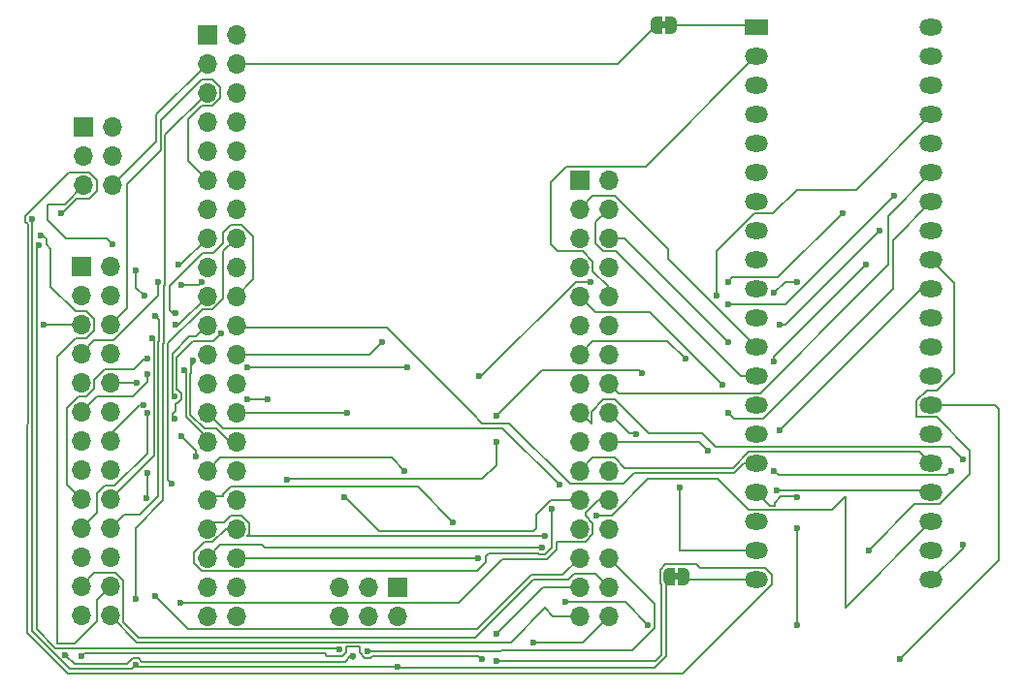
<source format=gbr>
%TF.GenerationSoftware,KiCad,Pcbnew,8.0.4*%
%TF.CreationDate,2024-09-01T02:32:28-07:00*%
%TF.ProjectId,chip_tester,63686970-5f74-4657-9374-65722e6b6963,rev?*%
%TF.SameCoordinates,Original*%
%TF.FileFunction,Copper,L1,Top*%
%TF.FilePolarity,Positive*%
%FSLAX46Y46*%
G04 Gerber Fmt 4.6, Leading zero omitted, Abs format (unit mm)*
G04 Created by KiCad (PCBNEW 8.0.4) date 2024-09-01 02:32:28*
%MOMM*%
%LPD*%
G01*
G04 APERTURE LIST*
G04 Aperture macros list*
%AMFreePoly0*
4,1,19,0.500000,-0.750000,0.000000,-0.750000,0.000000,-0.744911,-0.071157,-0.744911,-0.207708,-0.704816,-0.327430,-0.627875,-0.420627,-0.520320,-0.479746,-0.390866,-0.500000,-0.250000,-0.500000,0.250000,-0.479746,0.390866,-0.420627,0.520320,-0.327430,0.627875,-0.207708,0.704816,-0.071157,0.744911,0.000000,0.744911,0.000000,0.750000,0.500000,0.750000,0.500000,-0.750000,0.500000,-0.750000,
$1*%
%AMFreePoly1*
4,1,19,0.000000,0.744911,0.071157,0.744911,0.207708,0.704816,0.327430,0.627875,0.420627,0.520320,0.479746,0.390866,0.500000,0.250000,0.500000,-0.250000,0.479746,-0.390866,0.420627,-0.520320,0.327430,-0.627875,0.207708,-0.704816,0.071157,-0.744911,0.000000,-0.744911,0.000000,-0.750000,-0.500000,-0.750000,-0.500000,0.750000,0.000000,0.750000,0.000000,0.744911,0.000000,0.744911,
$1*%
G04 Aperture macros list end*
%TA.AperFunction,EtchedComponent*%
%ADD10C,0.000000*%
%TD*%
%TA.AperFunction,ComponentPad*%
%ADD11R,1.700000X1.700000*%
%TD*%
%TA.AperFunction,ComponentPad*%
%ADD12O,1.700000X1.700000*%
%TD*%
%TA.AperFunction,SMDPad,CuDef*%
%ADD13FreePoly0,0.000000*%
%TD*%
%TA.AperFunction,SMDPad,CuDef*%
%ADD14FreePoly1,0.000000*%
%TD*%
%TA.AperFunction,ComponentPad*%
%ADD15R,2.000000X1.440000*%
%TD*%
%TA.AperFunction,ComponentPad*%
%ADD16O,2.000000X1.440000*%
%TD*%
%TA.AperFunction,ViaPad*%
%ADD17C,0.600000*%
%TD*%
%TA.AperFunction,Conductor*%
%ADD18C,0.200000*%
%TD*%
G04 APERTURE END LIST*
D10*
%TA.AperFunction,EtchedComponent*%
%TO.C,JP1*%
G36*
X112750000Y-110550000D02*
G01*
X112250000Y-110550000D01*
X112250000Y-109950000D01*
X112750000Y-109950000D01*
X112750000Y-110550000D01*
G37*
%TD.AperFunction*%
%TA.AperFunction,EtchedComponent*%
%TO.C,JP2*%
G36*
X111640000Y-62360000D02*
G01*
X111140000Y-62360000D01*
X111140000Y-61760000D01*
X111640000Y-61760000D01*
X111640000Y-62360000D01*
G37*
%TD.AperFunction*%
%TD*%
D11*
%TO.P,J4,1,Pin_1*%
%TO.N,/MISO*%
X60710000Y-71000000D03*
D12*
%TO.P,J4,2,Pin_2*%
%TO.N,+5V*%
X63250000Y-71000000D03*
%TO.P,J4,3,Pin_3*%
%TO.N,/SCK*%
X60710000Y-73540000D03*
%TO.P,J4,4,Pin_4*%
%TO.N,/MOSI*%
X63250000Y-73540000D03*
%TO.P,J4,5,Pin_5*%
%TO.N,/RESET_{MCU}*%
X60710000Y-76080000D03*
%TO.P,J4,6,Pin_6*%
%TO.N,GND*%
X63250000Y-76080000D03*
%TD*%
D11*
%TO.P,J5,1,Pin_1*%
%TO.N,/MISO*%
X88120000Y-111160000D03*
D12*
%TO.P,J5,2,Pin_2*%
%TO.N,+5V*%
X88120000Y-113700000D03*
%TO.P,J5,3,Pin_3*%
%TO.N,/SCK*%
X85580000Y-111160000D03*
%TO.P,J5,4,Pin_4*%
%TO.N,/MOSI*%
X85580000Y-113700000D03*
%TO.P,J5,5,Pin_5*%
%TO.N,/RESET_{MCU}*%
X83040000Y-111160000D03*
%TO.P,J5,6,Pin_6*%
%TO.N,GND*%
X83040000Y-113700000D03*
%TD*%
%TO.P,J6,26,Pin_26*%
%TO.N,/PL2*%
X63040000Y-113660000D03*
%TO.P,J6,25,Pin_25*%
%TO.N,/PL3*%
X60500000Y-113660000D03*
%TO.P,J6,24,Pin_24*%
%TO.N,/PL4*%
X63040000Y-111120000D03*
%TO.P,J6,23,Pin_23*%
%TO.N,/PL5*%
X60500000Y-111120000D03*
%TO.P,J6,22,Pin_22*%
%TO.N,/PL6*%
X63040000Y-108580000D03*
%TO.P,J6,21,Pin_21*%
%TO.N,/PL7*%
X60500000Y-108580000D03*
%TO.P,J6,20,Pin_20*%
%TO.N,/PH3*%
X63040000Y-106040000D03*
%TO.P,J6,19,Pin_19*%
%TO.N,/PH4*%
X60500000Y-106040000D03*
%TO.P,J6,18,Pin_18*%
%TO.N,/PH5*%
X63040000Y-103500000D03*
%TO.P,J6,17,Pin_17*%
%TO.N,/PH6*%
X60500000Y-103500000D03*
%TO.P,J6,16,Pin_16*%
%TO.N,/PD7*%
X63040000Y-100960000D03*
%TO.P,J6,15,Pin_15*%
%TO.N,/PG5*%
X60500000Y-100960000D03*
%TO.P,J6,14,Pin_14*%
%TO.N,/PB5_{MCU}*%
X63040000Y-98420000D03*
%TO.P,J6,13,Pin_13*%
%TO.N,/PC7*%
X60500000Y-98420000D03*
%TO.P,J6,12,Pin_12*%
%TO.N,/PC6*%
X63040000Y-95880000D03*
%TO.P,J6,11,Pin_11*%
%TO.N,/PJ1*%
X60500000Y-95880000D03*
%TO.P,J6,10,Pin_10*%
%TO.N,/PG2*%
X63040000Y-93340000D03*
%TO.P,J6,9,Pin_9*%
%TO.N,/PE5*%
X60500000Y-93340000D03*
%TO.P,J6,8,Pin_8*%
%TO.N,/PE4*%
X63040000Y-90800000D03*
%TO.P,J6,7,Pin_7*%
%TO.N,/PE3*%
X60500000Y-90800000D03*
%TO.P,J6,6,Pin_6*%
%TO.N,/PE1*%
X63040000Y-88260000D03*
%TO.P,J6,5,Pin_5*%
%TO.N,/PE0*%
X60500000Y-88260000D03*
%TO.P,J6,4,Pin_4*%
%TO.N,/PD3*%
X63040000Y-85720000D03*
%TO.P,J6,3,Pin_3*%
%TO.N,/PD2*%
X60500000Y-85720000D03*
%TO.P,J6,2,Pin_2*%
%TO.N,/PD1*%
X63040000Y-83180000D03*
D11*
%TO.P,J6,1,Pin_1*%
%TO.N,/PJ0*%
X60500000Y-83180000D03*
%TD*%
%TO.P,J2,1,Pin_1*%
%TO.N,VBUS*%
X71500000Y-62900000D03*
D12*
%TO.P,J2,2,Pin_2*%
X74040000Y-62900000D03*
%TO.P,J2,3,Pin_3*%
%TO.N,GND*%
X71500000Y-65440000D03*
%TO.P,J2,4,Pin_4*%
X74040000Y-65440000D03*
%TO.P,J2,5,Pin_5*%
%TO.N,+5V*%
X71500000Y-67980000D03*
%TO.P,J2,6,Pin_6*%
X74040000Y-67980000D03*
%TO.P,J2,7,Pin_7*%
%TO.N,+3V3*%
X71500000Y-70520000D03*
%TO.P,J2,8,Pin_8*%
X74040000Y-70520000D03*
%TO.P,J2,9,Pin_9*%
%TO.N,/AREF*%
X71500000Y-73060000D03*
%TO.P,J2,10,Pin_10*%
X74040000Y-73060000D03*
%TO.P,J2,11,Pin_11*%
%TO.N,/PE1*%
X71500000Y-75600000D03*
%TO.P,J2,12,Pin_12*%
%TO.N,/PE0*%
X74040000Y-75600000D03*
%TO.P,J2,13,Pin_13*%
%TO.N,/PE5*%
X71500000Y-78140000D03*
%TO.P,J2,14,Pin_14*%
%TO.N,/PE4*%
X74040000Y-78140000D03*
%TO.P,J2,15,Pin_15*%
%TO.N,/PE3*%
X71500000Y-80680000D03*
%TO.P,J2,16,Pin_16*%
%TO.N,/PG5*%
X74040000Y-80680000D03*
%TO.P,J2,17,Pin_17*%
%TO.N,/PH4*%
X71500000Y-83220000D03*
%TO.P,J2,18,Pin_18*%
%TO.N,/PH3*%
X74040000Y-83220000D03*
%TO.P,J2,19,Pin_19*%
%TO.N,/PH6*%
X71500000Y-85760000D03*
%TO.P,J2,20,Pin_20*%
%TO.N,/PH5*%
X74040000Y-85760000D03*
%TO.P,J2,21,Pin_21*%
%TO.N,/PB5_{MCU}*%
X71500000Y-88300000D03*
%TO.P,J2,22,Pin_22*%
%TO.N,/PB4_{MCU}*%
X74040000Y-88300000D03*
%TO.P,J2,23,Pin_23*%
%TO.N,/PB7_{MCU}*%
X71500000Y-90840000D03*
%TO.P,J2,24,Pin_24*%
%TO.N,/PB6_{MCU}*%
X74040000Y-90840000D03*
%TO.P,J2,25,Pin_25*%
%TO.N,/PJ0*%
X71500000Y-93380000D03*
%TO.P,J2,26,Pin_26*%
%TO.N,/PJ1*%
X74040000Y-93380000D03*
%TO.P,J2,27,Pin_27*%
%TO.N,/CS1_PB6*%
X71500000Y-95920000D03*
%TO.P,J2,28,Pin_28*%
%TO.N,/PH1*%
X74040000Y-95920000D03*
%TO.P,J2,29,Pin_29*%
%TO.N,/PD2*%
X71500000Y-98460000D03*
%TO.P,J2,30,Pin_30*%
%TO.N,/PD3*%
X74040000Y-98460000D03*
%TO.P,J2,31,Pin_31*%
%TO.N,/IRQ_PB7*%
X71500000Y-101000000D03*
%TO.P,J2,32,Pin_32*%
%TO.N,/PD1*%
X74040000Y-101000000D03*
%TO.P,J2,33,Pin_33*%
%TO.N,/DB1*%
X71500000Y-103540000D03*
%TO.P,J2,34,Pin_34*%
%TO.N,/DB0*%
X74040000Y-103540000D03*
%TO.P,J2,35,Pin_35*%
%TO.N,/DB3*%
X71500000Y-106080000D03*
%TO.P,J2,36,Pin_36*%
%TO.N,/DB2*%
X74040000Y-106080000D03*
%TO.P,J2,37,Pin_37*%
%TO.N,/DB5*%
X71500000Y-108620000D03*
%TO.P,J2,38,Pin_38*%
%TO.N,/DB4*%
X74040000Y-108620000D03*
%TO.P,J2,39,Pin_39*%
%TO.N,/DB7*%
X71500000Y-111160000D03*
%TO.P,J2,40,Pin_40*%
%TO.N,/DB6*%
X74040000Y-111160000D03*
%TO.P,J2,41,Pin_41*%
%TO.N,/PC6*%
X71500000Y-113700000D03*
%TO.P,J2,42,Pin_42*%
%TO.N,/PC7*%
X74040000Y-113700000D03*
%TD*%
D13*
%TO.P,JP1,1,A*%
%TO.N,+5V*%
X111850000Y-110250000D03*
D14*
%TO.P,JP1,2,B*%
%TO.N,Net-(J1-Pin_20)*%
X113150000Y-110250000D03*
%TD*%
D15*
%TO.P,J1,1,Pin_1*%
%TO.N,Net-(J1-Pin_1)*%
X119500000Y-62300000D03*
D16*
%TO.P,J1,2,Pin_2*%
%TO.N,/PA0*%
X119500000Y-64840000D03*
%TO.P,J1,3,Pin_3*%
%TO.N,/PB6_{MCU}*%
X119500000Y-67380000D03*
%TO.P,J1,4,Pin_4*%
%TO.N,/PB7_{MCU}*%
X119500000Y-69920000D03*
%TO.P,J1,5,Pin_5*%
%TO.N,/A9*%
X119500000Y-72460000D03*
%TO.P,J1,6,Pin_6*%
%TO.N,/A8*%
X119500000Y-75000000D03*
%TO.P,J1,7,Pin_7*%
%TO.N,/A7*%
X119500000Y-77540000D03*
%TO.P,J1,8,Pin_8*%
%TO.N,/A6*%
X119500000Y-80080000D03*
%TO.P,J1,9,Pin_9*%
%TO.N,/PH1*%
X119500000Y-82620000D03*
%TO.P,J1,10,Pin_10*%
%TO.N,/A5*%
X119500000Y-85160000D03*
%TO.P,J1,11,Pin_11*%
%TO.N,/A4*%
X119500000Y-87700000D03*
%TO.P,J1,12,Pin_12*%
%TO.N,/A3*%
X119500000Y-90240000D03*
%TO.P,J1,13,Pin_13*%
%TO.N,/A2*%
X119500000Y-92780000D03*
%TO.P,J1,14,Pin_14*%
%TO.N,/A1*%
X119500000Y-95320000D03*
%TO.P,J1,15,Pin_15*%
%TO.N,/A0*%
X119500000Y-97860000D03*
%TO.P,J1,16,Pin_16*%
%TO.N,/PB4_{MCU}*%
X119500000Y-100400000D03*
%TO.P,J1,17,Pin_17*%
%TO.N,/IRQ_PB7*%
X119500000Y-102940000D03*
%TO.P,J1,18,Pin_18*%
%TO.N,/CS1_PB6*%
X119500000Y-105480000D03*
%TO.P,J1,19,Pin_19*%
%TO.N,/CS2_PB5*%
X119500000Y-108020000D03*
%TO.P,J1,20,Pin_20*%
%TO.N,Net-(J1-Pin_20)*%
X119500000Y-110560000D03*
%TO.P,J1,21,Pin_21*%
%TO.N,/PB4*%
X134740000Y-110560000D03*
%TO.P,J1,22,Pin_22*%
%TO.N,/PB3*%
X134740000Y-108020000D03*
%TO.P,J1,23,Pin_23*%
%TO.N,/PB2*%
X134740000Y-105480000D03*
%TO.P,J1,24,Pin_24*%
%TO.N,/PB1*%
X134740000Y-102940000D03*
%TO.P,J1,25,Pin_25*%
%TO.N,/PB0*%
X134740000Y-100400000D03*
%TO.P,J1,26,Pin_26*%
%TO.N,/DB7*%
X134740000Y-97860000D03*
%TO.P,J1,27,Pin_27*%
%TO.N,/DB6*%
X134740000Y-95320000D03*
%TO.P,J1,28,Pin_28*%
%TO.N,/DB5*%
X134740000Y-92780000D03*
%TO.P,J1,29,Pin_29*%
%TO.N,/DB4*%
X134740000Y-90240000D03*
%TO.P,J1,30,Pin_30*%
%TO.N,/DB3*%
X134740000Y-87700000D03*
%TO.P,J1,31,Pin_31*%
%TO.N,/DB2*%
X134740000Y-85160000D03*
%TO.P,J1,32,Pin_32*%
%TO.N,/DB1*%
X134740000Y-82620000D03*
%TO.P,J1,33,Pin_33*%
%TO.N,/DB0*%
X134740000Y-80080000D03*
%TO.P,J1,34,Pin_34*%
%TO.N,/PA7*%
X134740000Y-77540000D03*
%TO.P,J1,35,Pin_35*%
%TO.N,/PA6*%
X134740000Y-75000000D03*
%TO.P,J1,36,Pin_36*%
%TO.N,/PA5*%
X134740000Y-72460000D03*
%TO.P,J1,37,Pin_37*%
%TO.N,/PA4*%
X134740000Y-69920000D03*
%TO.P,J1,38,Pin_38*%
%TO.N,/PA3*%
X134740000Y-67380000D03*
%TO.P,J1,39,Pin_39*%
%TO.N,/PA2*%
X134740000Y-64840000D03*
%TO.P,J1,40,Pin_40*%
%TO.N,/PA1*%
X134740000Y-62300000D03*
%TD*%
D13*
%TO.P,JP2,1,A*%
%TO.N,GND*%
X110740000Y-62060000D03*
D14*
%TO.P,JP2,2,B*%
%TO.N,Net-(J1-Pin_1)*%
X112040000Y-62060000D03*
%TD*%
D11*
%TO.P,J3,1,Pin_1*%
%TO.N,/A1*%
X104040000Y-75600000D03*
D12*
%TO.P,J3,2,Pin_2*%
%TO.N,/A0*%
X106580000Y-75600000D03*
%TO.P,J3,3,Pin_3*%
%TO.N,/A3*%
X104040000Y-78140000D03*
%TO.P,J3,4,Pin_4*%
%TO.N,/A2*%
X106580000Y-78140000D03*
%TO.P,J3,5,Pin_5*%
%TO.N,/A5*%
X104040000Y-80680000D03*
%TO.P,J3,6,Pin_6*%
%TO.N,/A4*%
X106580000Y-80680000D03*
%TO.P,J3,7,Pin_7*%
%TO.N,/A7*%
X104040000Y-83220000D03*
%TO.P,J3,8,Pin_8*%
%TO.N,/A6*%
X106580000Y-83220000D03*
%TO.P,J3,9,Pin_9*%
%TO.N,/PA1*%
X104040000Y-85760000D03*
%TO.P,J3,10,Pin_10*%
%TO.N,/PA0*%
X106580000Y-85760000D03*
%TO.P,J3,11,Pin_11*%
%TO.N,/PA3*%
X104040000Y-88300000D03*
%TO.P,J3,12,Pin_12*%
%TO.N,/PA2*%
X106580000Y-88300000D03*
%TO.P,J3,13,Pin_13*%
%TO.N,/PA5*%
X104040000Y-90840000D03*
%TO.P,J3,14,Pin_14*%
%TO.N,/PA4*%
X106580000Y-90840000D03*
%TO.P,J3,15,Pin_15*%
%TO.N,/PA7*%
X104040000Y-93380000D03*
%TO.P,J3,16,Pin_16*%
%TO.N,/PA6*%
X106580000Y-93380000D03*
%TO.P,J3,17,Pin_17*%
%TO.N,/PB4*%
X104040000Y-95920000D03*
%TO.P,J3,18,Pin_18*%
%TO.N,/CS2_PB5*%
X106580000Y-95920000D03*
%TO.P,J3,19,Pin_19*%
%TO.N,/PB2*%
X104040000Y-98460000D03*
%TO.P,J3,20,Pin_20*%
%TO.N,/PB3*%
X106580000Y-98460000D03*
%TO.P,J3,21,Pin_21*%
%TO.N,/PB0*%
X104040000Y-101000000D03*
%TO.P,J3,22,Pin_22*%
%TO.N,/PB1*%
X106580000Y-101000000D03*
%TO.P,J3,23,Pin_23*%
%TO.N,/PG2*%
X104040000Y-103540000D03*
%TO.P,J3,24,Pin_24*%
%TO.N,/PD7*%
X106580000Y-103540000D03*
%TO.P,J3,25,Pin_25*%
%TO.N,/A8*%
X104040000Y-106080000D03*
%TO.P,J3,26,Pin_26*%
%TO.N,/A9*%
X106580000Y-106080000D03*
%TO.P,J3,27,Pin_27*%
%TO.N,/PL6*%
X104040000Y-108620000D03*
%TO.P,J3,28,Pin_28*%
%TO.N,/PL7*%
X106580000Y-108620000D03*
%TO.P,J3,29,Pin_29*%
%TO.N,/PL4*%
X104040000Y-111160000D03*
%TO.P,J3,30,Pin_30*%
%TO.N,/PL5*%
X106580000Y-111160000D03*
%TO.P,J3,31,Pin_31*%
%TO.N,/PL2*%
X104040000Y-113700000D03*
%TO.P,J3,32,Pin_32*%
%TO.N,/PL3*%
X106580000Y-113700000D03*
%TD*%
D17*
%TO.N,/PG2*%
X75000000Y-94750000D03*
%TO.N,/RESET_{MCU}*%
X70500000Y-99750000D03*
X69250000Y-98000000D03*
%TO.N,/PD2*%
X69500000Y-92250000D03*
%TO.N,/PJ0*%
X66000000Y-85750000D03*
X65250000Y-83500000D03*
%TO.N,/PJ1*%
X66250000Y-92542943D03*
%TO.N,/PD3*%
X70249602Y-91348927D03*
%TO.N,/PL4*%
X58750000Y-78500000D03*
X57000000Y-80500000D03*
%TO.N,/PG2*%
X76750000Y-94750000D03*
%TO.N,/IRQ_PB7*%
X88750000Y-101000000D03*
%TO.N,/DB0*%
X78441472Y-101790000D03*
X109500000Y-92500000D03*
X96750000Y-96250000D03*
X121500000Y-88250000D03*
X130250000Y-80000000D03*
X96750000Y-98500000D03*
%TO.N,/PB4*%
X137500000Y-107500000D03*
X137500000Y-100000000D03*
%TO.N,/DB5*%
X100750000Y-107750000D03*
%TO.N,/CS1_PB6*%
X102250000Y-102250000D03*
%TO.N,/DB1*%
X129250000Y-108000000D03*
X93000000Y-105500000D03*
%TO.N,/PA2*%
X117000000Y-86500000D03*
X131500000Y-77000000D03*
%TO.N,/PA5*%
X113250000Y-91250000D03*
X123000000Y-84500000D03*
X121000000Y-85500000D03*
%TO.N,/PA1*%
X121000000Y-91500000D03*
X129000000Y-83000000D03*
X116500000Y-93500000D03*
%TO.N,/PB6_{MCU}*%
X86750000Y-89750000D03*
%TO.N,/PB3*%
X121000000Y-101000000D03*
X136500000Y-101000000D03*
X115250000Y-99250000D03*
%TO.N,/DB2*%
X121500000Y-97500000D03*
X101600000Y-104330000D03*
%TO.N,/PA7*%
X117000000Y-96000000D03*
%TO.N,/PA3*%
X117000000Y-84500000D03*
X127000000Y-78500000D03*
%TO.N,/A4*%
X117000000Y-89750000D03*
%TO.N,/PB1*%
X121250000Y-102750000D03*
%TO.N,/DB6*%
X132000000Y-117500000D03*
%TO.N,/PA4*%
X116000000Y-85750000D03*
%TO.N,/PB7_{MCU}*%
X89000000Y-92000000D03*
X75000000Y-92000000D03*
%TO.N,/DB3*%
X101000000Y-106750000D03*
%TO.N,/PH1*%
X95250000Y-92750000D03*
X105000000Y-84500000D03*
X83750000Y-95920000D03*
%TO.N,/PB2*%
X105500000Y-104930000D03*
%TO.N,/IRQ_PB7*%
X110000000Y-114500000D03*
X123000000Y-114500000D03*
X102750000Y-112500000D03*
X123000000Y-103360000D03*
X123000000Y-106000000D03*
%TO.N,/DB4*%
X95120000Y-108620000D03*
%TO.N,/CS2_PB5*%
X109000000Y-97860000D03*
X112750000Y-102500000D03*
%TO.N,/PE3*%
X67250000Y-84500000D03*
X69000000Y-83000000D03*
%TO.N,+5V*%
X56250000Y-79000000D03*
X88120000Y-118120000D03*
X65250000Y-118000000D03*
X65250000Y-112250000D03*
%TO.N,/PB5_{MCU}*%
X65950000Y-95258380D03*
X68650000Y-94500000D03*
%TO.N,GND*%
X56846754Y-81339032D03*
X83040000Y-116600000D03*
%TO.N,/PE0*%
X57250000Y-88250000D03*
%TO.N,/PH6*%
X66250000Y-91247301D03*
X68750000Y-88250000D03*
%TO.N,/PG5*%
X68390000Y-102110000D03*
%TO.N,/PH3*%
X67000000Y-87500000D03*
X69250000Y-84750000D03*
X71000000Y-84500000D03*
%TO.N,/PH5*%
X68750000Y-87250000D03*
X66700735Y-89450735D03*
%TO.N,/PH4*%
X66250000Y-96000000D03*
X72750000Y-89000000D03*
X68650000Y-96500000D03*
%TO.N,/PL4*%
X96750000Y-115250000D03*
X96750000Y-117650000D03*
%TO.N,/PG2*%
X65350000Y-93340000D03*
X83450735Y-103299265D03*
%TO.N,/PL6*%
X67000000Y-112000000D03*
%TO.N,/PD7*%
X69150000Y-112550000D03*
X66250000Y-101250000D03*
X66200735Y-103450735D03*
%TO.N,/PL7*%
X84250000Y-117250000D03*
X59133167Y-117100000D03*
X85500000Y-116750000D03*
%TO.N,/PL3*%
X60500000Y-117250000D03*
X95500000Y-117500000D03*
X100000000Y-116000000D03*
%TO.N,/RESET_{MCU}*%
X63250000Y-81250000D03*
%TD*%
D18*
%TO.N,/PG2*%
X75000000Y-94750000D02*
X76750000Y-94750000D01*
%TO.N,/PD3*%
X70249602Y-91348927D02*
X70100000Y-91498529D01*
X73474314Y-98460000D02*
X74040000Y-98460000D01*
X70100000Y-91498529D02*
X70100000Y-92498529D01*
X72324314Y-97310000D02*
X73474314Y-98460000D01*
X70100000Y-92498529D02*
X70050000Y-92548529D01*
X70050000Y-92548529D02*
X70050000Y-96096346D01*
X70050000Y-96096346D02*
X71263654Y-97310000D01*
X71263654Y-97310000D02*
X72324314Y-97310000D01*
%TO.N,/RESET_{MCU}*%
X69250000Y-98000000D02*
X70500000Y-99250000D01*
X70500000Y-99250000D02*
X70500000Y-99750000D01*
%TO.N,/PD3*%
X70249602Y-91348927D02*
X70249602Y-91673352D01*
X70249602Y-91673352D02*
X70184729Y-91738225D01*
%TO.N,/PH4*%
X68750000Y-95750000D02*
X68450000Y-96050000D01*
X68750000Y-95100000D02*
X68750000Y-95750000D01*
X69250000Y-94748529D02*
X68898529Y-95100000D01*
X68898529Y-93900000D02*
X69250000Y-94251471D01*
X70675686Y-89690000D02*
X70665686Y-89700000D01*
X68898529Y-95100000D02*
X68750000Y-95100000D01*
X68850000Y-93900000D02*
X68898529Y-93900000D01*
X68850000Y-91150000D02*
X68850000Y-93900000D01*
X72750000Y-89000000D02*
X72060000Y-89690000D01*
X70300000Y-89700000D02*
X68850000Y-91150000D01*
X70665686Y-89700000D02*
X70300000Y-89700000D01*
X69250000Y-94251471D02*
X69250000Y-94748529D01*
X72060000Y-89690000D02*
X70675686Y-89690000D01*
X68450000Y-96300000D02*
X68650000Y-96500000D01*
X68450000Y-96050000D02*
X68450000Y-96300000D01*
%TO.N,/PD2*%
X69500000Y-92250000D02*
X69650000Y-92400000D01*
X69650000Y-92400000D02*
X69650000Y-96312845D01*
X69650000Y-96312845D02*
X71500000Y-98162845D01*
X71500000Y-98162845D02*
X71500000Y-98460000D01*
%TO.N,/PJ1*%
X66250000Y-93288529D02*
X65038529Y-94500000D01*
X66250000Y-92542943D02*
X66250000Y-93288529D01*
X65038529Y-94500000D02*
X61880000Y-94500000D01*
X61880000Y-94500000D02*
X60500000Y-95880000D01*
%TO.N,/PJ0*%
X65250000Y-85000000D02*
X66000000Y-85750000D01*
X65250000Y-83500000D02*
X65250000Y-85000000D01*
%TO.N,/PH5*%
X66700735Y-89450735D02*
X66850000Y-89600000D01*
X66850000Y-89600000D02*
X66850000Y-99690000D01*
X66850000Y-99690000D02*
X63040000Y-103500000D01*
%TO.N,/PB5_{MCU}*%
X65643091Y-95258380D02*
X63040000Y-97861471D01*
X65950000Y-95258380D02*
X65643091Y-95258380D01*
X63040000Y-97861471D02*
X63040000Y-98420000D01*
%TO.N,/PG2*%
X65350000Y-93340000D02*
X63040000Y-93340000D01*
%TO.N,/PD2*%
X71500000Y-98000000D02*
X71500000Y-98460000D01*
%TO.N,/RESET_{MCU}*%
X63250000Y-81250000D02*
X62727912Y-80727912D01*
X62727912Y-80727912D02*
X59207912Y-80727912D01*
X59207912Y-80727912D02*
X57564414Y-79084414D01*
X57564414Y-79084414D02*
X57564414Y-77722492D01*
X57564414Y-77722492D02*
X59067508Y-77722492D01*
X59067508Y-77722492D02*
X60710000Y-76080000D01*
%TO.N,/PL4*%
X58750000Y-78605686D02*
X58750000Y-78605686D01*
X58750000Y-78500000D02*
X58750000Y-78605686D01*
X58855686Y-78500000D02*
X58750000Y-78500000D01*
X57000000Y-80500000D02*
X57250000Y-80500000D01*
X113062498Y-118720000D02*
X59338954Y-118720000D01*
X120800000Y-110982498D02*
X113062498Y-118720000D01*
X120800000Y-110137502D02*
X120800000Y-110982498D01*
X120202498Y-109540000D02*
X120800000Y-110137502D01*
X114580091Y-109540000D02*
X120202498Y-109540000D01*
X114235091Y-109195000D02*
X114580091Y-109540000D01*
X111039909Y-109666214D02*
X111511123Y-109195000D01*
X111039909Y-110833786D02*
X111039909Y-109666214D01*
X60179670Y-77176016D02*
X58855686Y-78500000D01*
X111190000Y-110983877D02*
X111039909Y-110833786D01*
X111190000Y-117084314D02*
X111190000Y-110983877D01*
X110624314Y-117650000D02*
X111190000Y-117084314D01*
X111511123Y-109195000D02*
X114235091Y-109195000D01*
X96750000Y-117650000D02*
X110624314Y-117650000D01*
X55800230Y-114849770D02*
X55849377Y-79447906D01*
X59338954Y-118720000D02*
X55800230Y-115181276D01*
X55800230Y-115181276D02*
X55800230Y-114849770D01*
X55849377Y-79447906D02*
X55650000Y-79248529D01*
X55650000Y-79248529D02*
X55650000Y-78751471D01*
X55650000Y-78751471D02*
X59471471Y-74930000D01*
X59471471Y-74930000D02*
X61186346Y-74930000D01*
X61186346Y-74930000D02*
X61860000Y-75603654D01*
X60233654Y-77230000D02*
X60179670Y-77176016D01*
X61860000Y-75603654D02*
X61860000Y-76556346D01*
X61860000Y-76556346D02*
X61186346Y-77230000D01*
X61186346Y-77230000D02*
X60233654Y-77230000D01*
X57834315Y-84920661D02*
X57834315Y-81650000D01*
X60976346Y-89410000D02*
X61650000Y-88736346D01*
X61890000Y-114136346D02*
X59926346Y-116100000D01*
X57834315Y-81650000D02*
X57446754Y-81262439D01*
X61650000Y-87783654D02*
X60976346Y-87110000D01*
X58415686Y-116100000D02*
X58415686Y-91017968D01*
X61650000Y-88736346D02*
X61650000Y-87783654D01*
X60023654Y-89410000D02*
X60976346Y-89410000D01*
X58415686Y-91017968D02*
X60023654Y-89410000D01*
X59926346Y-116100000D02*
X58415686Y-116100000D01*
X60023654Y-87110000D02*
X57834315Y-84920661D01*
X61890000Y-112270000D02*
X61890000Y-114136346D01*
X60976346Y-87110000D02*
X60023654Y-87110000D01*
X63040000Y-111120000D02*
X61890000Y-112270000D01*
X57446754Y-81262439D02*
X57446754Y-80696754D01*
X57446754Y-80696754D02*
X57000000Y-80500000D01*
%TO.N,GND*%
X56846754Y-81339032D02*
X56910968Y-81339032D01*
X56846754Y-81339032D02*
X56646475Y-81539311D01*
X56646475Y-81539311D02*
X56600230Y-114850230D01*
X56600230Y-114850230D02*
X58250000Y-116500000D01*
X58250000Y-116500000D02*
X82940000Y-116500000D01*
X82940000Y-116500000D02*
X83040000Y-116600000D01*
%TO.N,/IRQ_PB7*%
X88750000Y-101000000D02*
X87600000Y-99850000D01*
X87600000Y-99850000D02*
X72650000Y-99850000D01*
X72650000Y-99850000D02*
X71500000Y-101000000D01*
%TO.N,/PG2*%
X76750000Y-94750000D02*
X76730000Y-94770000D01*
%TO.N,/PH1*%
X83920000Y-95750000D02*
X83750000Y-95920000D01*
X83750000Y-95920000D02*
X74040000Y-95920000D01*
%TO.N,/DB1*%
X71500000Y-103540000D02*
X71790000Y-103250000D01*
X71790000Y-103250000D02*
X72890000Y-103250000D01*
X72890000Y-103250000D02*
X72890000Y-103063654D01*
X72890000Y-103063654D02*
X73563654Y-102390000D01*
X73563654Y-102390000D02*
X89890000Y-102390000D01*
X89890000Y-102390000D02*
X93000000Y-105500000D01*
%TO.N,/DB0*%
X78441472Y-101790000D02*
X78481472Y-101750000D01*
X78481472Y-101750000D02*
X95500000Y-101750000D01*
X95500000Y-101750000D02*
X96750000Y-100500000D01*
X96750000Y-100500000D02*
X96750000Y-98500000D01*
X130250000Y-80000000D02*
X122000000Y-88250000D01*
X109230000Y-92230000D02*
X109500000Y-92500000D01*
X96750000Y-96250000D02*
X100770000Y-92230000D01*
X122000000Y-88250000D02*
X121500000Y-88250000D01*
X100770000Y-92230000D02*
X109230000Y-92230000D01*
%TO.N,/PB4*%
X106103654Y-94770000D02*
X107056346Y-94770000D01*
X105030000Y-95843654D02*
X106103654Y-94770000D01*
X137500000Y-107500000D02*
X137500000Y-107800000D01*
X104040000Y-95920000D02*
X105030000Y-96910000D01*
X110036346Y-97750000D02*
X114750000Y-97750000D01*
X137500000Y-107800000D02*
X134740000Y-110560000D01*
X105030000Y-96910000D02*
X105030000Y-95843654D01*
X114750000Y-97750000D02*
X115897502Y-98897502D01*
X115897502Y-98897502D02*
X136397502Y-98897502D01*
X136397502Y-98897502D02*
X137500000Y-100000000D01*
X107056346Y-94770000D02*
X110036346Y-97750000D01*
%TO.N,/DB5*%
X76256346Y-107470000D02*
X72650000Y-107470000D01*
X72650000Y-107470000D02*
X71500000Y-108620000D01*
X100750000Y-107750000D02*
X76536346Y-107750000D01*
X76536346Y-107750000D02*
X76256346Y-107470000D01*
%TO.N,/PB0*%
X133720000Y-99380000D02*
X134740000Y-100400000D01*
X104540000Y-101500000D02*
X104540000Y-101413654D01*
X104040000Y-101000000D02*
X105190000Y-99850000D01*
X107956346Y-100750000D02*
X117427502Y-100750000D01*
X104040000Y-101000000D02*
X104540000Y-101500000D01*
X105190000Y-99850000D02*
X107056346Y-99850000D01*
X118797502Y-99380000D02*
X133720000Y-99380000D01*
X107056346Y-99850000D02*
X107956346Y-100750000D01*
X117427502Y-100750000D02*
X118797502Y-99380000D01*
%TO.N,Net-(J1-Pin_1)*%
X119260000Y-62060000D02*
X119500000Y-62300000D01*
X112040000Y-62060000D02*
X119260000Y-62060000D01*
%TO.N,/CS1_PB6*%
X102250000Y-102250000D02*
X97310000Y-97310000D01*
X97310000Y-97310000D02*
X72890000Y-97310000D01*
X72890000Y-97310000D02*
X71500000Y-95920000D01*
%TO.N,/DB1*%
X133440000Y-94897502D02*
X134337502Y-94000000D01*
X133440000Y-96340000D02*
X133440000Y-94897502D01*
X134337502Y-94000000D02*
X135242498Y-94000000D01*
X135242498Y-94000000D02*
X136750000Y-92492498D01*
X135194314Y-96340000D02*
X133440000Y-96340000D01*
X133290000Y-103960000D02*
X135442498Y-103960000D01*
X135442498Y-103960000D02*
X138100000Y-101302498D01*
X136750000Y-92492498D02*
X136750000Y-84630000D01*
X129250000Y-108000000D02*
X133290000Y-103960000D01*
X138100000Y-101302498D02*
X138100000Y-99245686D01*
X136750000Y-84630000D02*
X134740000Y-82620000D01*
X138100000Y-99245686D02*
X135194314Y-96340000D01*
%TO.N,/PA2*%
X122000000Y-86500000D02*
X131500000Y-77000000D01*
X117000000Y-86500000D02*
X122000000Y-86500000D01*
%TO.N,/PA5*%
X111690000Y-89690000D02*
X113250000Y-91250000D01*
X104040000Y-90840000D02*
X105190000Y-89690000D01*
X122000000Y-84500000D02*
X123000000Y-84500000D01*
X105190000Y-89690000D02*
X111690000Y-89690000D01*
X121000000Y-85500000D02*
X122000000Y-84500000D01*
%TO.N,/PA1*%
X110150000Y-87150000D02*
X105430000Y-87150000D01*
X121000000Y-91028184D02*
X129000000Y-83028184D01*
X105430000Y-87150000D02*
X104040000Y-85760000D01*
X116500000Y-93500000D02*
X110150000Y-87150000D01*
X129028184Y-83000000D02*
X129000000Y-83028184D01*
X129000000Y-83000000D02*
X129028184Y-83000000D01*
X121000000Y-91500000D02*
X121000000Y-91028184D01*
X129000000Y-83028184D02*
X129000000Y-83000000D01*
%TO.N,/PB6_{MCU}*%
X74040000Y-90840000D02*
X85660000Y-90840000D01*
X85660000Y-90840000D02*
X86750000Y-89750000D01*
%TO.N,/PB3*%
X106580000Y-98460000D02*
X114460000Y-98460000D01*
X121420000Y-101420000D02*
X136080000Y-101420000D01*
X121000000Y-101000000D02*
X121420000Y-101420000D01*
X114460000Y-98460000D02*
X115250000Y-99250000D01*
X136080000Y-101420000D02*
X136500000Y-101000000D01*
%TO.N,/A3*%
X107056346Y-76990000D02*
X105190000Y-76990000D01*
X105190000Y-76990000D02*
X104040000Y-78140000D01*
X119500000Y-90240000D02*
X111740000Y-82480000D01*
X111740000Y-81673654D02*
X107056346Y-76990000D01*
X111740000Y-82480000D02*
X111740000Y-81673654D01*
%TO.N,Net-(J1-Pin_20)*%
X112890000Y-110560000D02*
X119500000Y-110560000D01*
%TO.N,/DB2*%
X95078529Y-109770000D02*
X71020000Y-109770000D01*
X133840000Y-85160000D02*
X122000000Y-97000000D01*
X71976346Y-107230000D02*
X73126346Y-106080000D01*
X101600000Y-107748529D02*
X100998529Y-108350000D01*
X122000000Y-97000000D02*
X121500000Y-97500000D01*
X70350000Y-109100000D02*
X70350000Y-108130000D01*
X96101471Y-108250000D02*
X95850000Y-108501471D01*
X100401471Y-108250000D02*
X96101471Y-108250000D01*
X101600000Y-104330000D02*
X101600000Y-107748529D01*
X95850000Y-108998529D02*
X95078529Y-109770000D01*
X100501471Y-108350000D02*
X100401471Y-108250000D01*
X134740000Y-85160000D02*
X133840000Y-85160000D01*
X70350000Y-108130000D02*
X71250000Y-107230000D01*
X95850000Y-108501471D02*
X95850000Y-108998529D01*
X100998529Y-108350000D02*
X100501471Y-108350000D01*
X71250000Y-107230000D02*
X71976346Y-107230000D01*
X73126346Y-106080000D02*
X74040000Y-106080000D01*
X71020000Y-109770000D02*
X70350000Y-109100000D01*
%TO.N,/PA7*%
X131400000Y-80880000D02*
X131400000Y-85142498D01*
X117500000Y-96500000D02*
X117000000Y-96000000D01*
X131400000Y-85142498D02*
X120042498Y-96500000D01*
X134740000Y-77540000D02*
X131400000Y-80880000D01*
X120042498Y-96500000D02*
X117500000Y-96500000D01*
%TO.N,/PA3*%
X117000000Y-84500000D02*
X117360000Y-84140000D01*
X117360000Y-84140000D02*
X121360000Y-84140000D01*
X121360000Y-84140000D02*
X127000000Y-78500000D01*
%TO.N,/A4*%
X107930000Y-80680000D02*
X117000000Y-89750000D01*
X106580000Y-80680000D02*
X107930000Y-80680000D01*
%TO.N,/PB1*%
X121250000Y-102750000D02*
X134550000Y-102750000D01*
X134550000Y-102750000D02*
X134740000Y-102940000D01*
%TO.N,/DB6*%
X140650000Y-95650000D02*
X140320000Y-95320000D01*
X132000000Y-117500000D02*
X140650000Y-108850000D01*
X140320000Y-95320000D02*
X134740000Y-95320000D01*
X140650000Y-108850000D02*
X140650000Y-95650000D01*
%TO.N,/A2*%
X106103654Y-81830000D02*
X107164314Y-81830000D01*
X106580000Y-78140000D02*
X105430000Y-79290000D01*
X105430000Y-81156346D02*
X106103654Y-81830000D01*
X118114314Y-92780000D02*
X119500000Y-92780000D01*
X107164314Y-81830000D02*
X118114314Y-92780000D01*
X105430000Y-79290000D02*
X105430000Y-81156346D01*
%TO.N,/PA4*%
X120940000Y-78560000D02*
X119297502Y-78560000D01*
X128160000Y-76500000D02*
X134740000Y-69920000D01*
X116000000Y-81857502D02*
X116000000Y-85750000D01*
X123000000Y-76500000D02*
X128160000Y-76500000D01*
X119297502Y-78560000D02*
X116000000Y-81857502D01*
X123000000Y-76500000D02*
X120940000Y-78560000D01*
%TO.N,/PB7_{MCU}*%
X89000000Y-92000000D02*
X75000000Y-92000000D01*
%TO.N,/PA6*%
X131000000Y-78740000D02*
X134740000Y-75000000D01*
X128500000Y-85500000D02*
X131000000Y-83000000D01*
X107430000Y-94230000D02*
X119772498Y-94230000D01*
X131000000Y-83000000D02*
X131000000Y-78740000D01*
X106580000Y-93380000D02*
X107430000Y-94230000D01*
X128500000Y-85502498D02*
X128500000Y-85500000D01*
X119772498Y-94230000D02*
X128500000Y-85502498D01*
%TO.N,/DB3*%
X72080000Y-105500000D02*
X71500000Y-106080000D01*
X74996346Y-106750000D02*
X75190000Y-106556346D01*
X75190000Y-106556346D02*
X75190000Y-105603654D01*
X135130000Y-87310000D02*
X134740000Y-87700000D01*
X101000000Y-106750000D02*
X74996346Y-106750000D01*
X72993654Y-105500000D02*
X72080000Y-105500000D01*
X74516346Y-104930000D02*
X73563654Y-104930000D01*
X73563654Y-104930000D02*
X72993654Y-105500000D01*
X75190000Y-105603654D02*
X74516346Y-104930000D01*
%TO.N,/PH1*%
X95423654Y-92750000D02*
X95250000Y-92750000D01*
X105000000Y-84500000D02*
X103673654Y-84500000D01*
X95250000Y-92750000D02*
X95250000Y-92923654D01*
X103673654Y-84500000D02*
X95423654Y-92750000D01*
%TO.N,/PB4_{MCU}*%
X117550000Y-101250000D02*
X108800000Y-101250000D01*
X103198529Y-102150000D02*
X97898529Y-96850000D01*
X87250000Y-88625000D02*
X87250000Y-88500000D01*
X118400000Y-100400000D02*
X117550000Y-101250000D01*
X107900000Y-102150000D02*
X103198529Y-102150000D01*
X94625000Y-96000000D02*
X87250000Y-88625000D01*
X108800000Y-101250000D02*
X107900000Y-102150000D01*
X87250000Y-88500000D02*
X74240000Y-88500000D01*
X97898529Y-96850000D02*
X95475000Y-96850000D01*
X95475000Y-96850000D02*
X94625000Y-96000000D01*
X74240000Y-88500000D02*
X74040000Y-88300000D01*
X119500000Y-100400000D02*
X118400000Y-100400000D01*
%TO.N,/PB2*%
X118797502Y-104460000D02*
X116087502Y-101750000D01*
X134740000Y-105480000D02*
X127250000Y-112970000D01*
X109996346Y-101750000D02*
X106816346Y-104930000D01*
X134160000Y-104900000D02*
X134740000Y-105480000D01*
X116087502Y-101750000D02*
X109996346Y-101750000D01*
X127250000Y-112970000D02*
X127250000Y-103250000D01*
X127250000Y-103250000D02*
X126040000Y-104460000D01*
X106816346Y-104930000D02*
X105500000Y-104930000D01*
X126040000Y-104460000D02*
X118797502Y-104460000D01*
%TO.N,/IRQ_PB7*%
X121050000Y-103817988D02*
X121617988Y-103250000D01*
X122890000Y-103250000D02*
X123000000Y-103360000D01*
X121050000Y-104060000D02*
X120620000Y-104060000D01*
X102750000Y-112500000D02*
X108000000Y-112500000D01*
X108000000Y-112500000D02*
X110000000Y-114500000D01*
X120620000Y-104060000D02*
X119500000Y-102940000D01*
X121617988Y-103250000D02*
X122890000Y-103250000D01*
X123000000Y-114500000D02*
X123000000Y-106000000D01*
X121050000Y-104060000D02*
X121050000Y-103817988D01*
%TO.N,/DB4*%
X95120000Y-108620000D02*
X74040000Y-108620000D01*
%TO.N,/CS2_PB5*%
X108410000Y-97750000D02*
X109000000Y-97750000D01*
X112736123Y-108020000D02*
X112750000Y-102500000D01*
X109000000Y-97750000D02*
X109000000Y-98000000D01*
X106580000Y-95920000D02*
X108410000Y-97750000D01*
X112736123Y-108020000D02*
X119500000Y-108020000D01*
X112750000Y-102500000D02*
X112736123Y-102486123D01*
%TO.N,/PA0*%
X105190000Y-82743654D02*
X105190000Y-83591471D01*
X102080000Y-81830000D02*
X104276346Y-81830000D01*
X119410000Y-64840000D02*
X109800000Y-74450000D01*
X109800000Y-74450000D02*
X102890000Y-74450000D01*
X101500000Y-75840000D02*
X101500000Y-81250000D01*
X102890000Y-74450000D02*
X101500000Y-75840000D01*
X101500000Y-81250000D02*
X102080000Y-81830000D01*
X119500000Y-64840000D02*
X119410000Y-64840000D01*
X104276346Y-81830000D02*
X105190000Y-82743654D01*
X105190000Y-83591471D02*
X106580000Y-84981471D01*
X106580000Y-84981471D02*
X106580000Y-85760000D01*
%TO.N,/PE3*%
X71500000Y-80680000D02*
X69180000Y-83000000D01*
X61650000Y-89650000D02*
X63350000Y-89650000D01*
X63350000Y-89650000D02*
X67250000Y-85750000D01*
X69000000Y-83000000D02*
X69180000Y-83000000D01*
X67250000Y-85750000D02*
X67250000Y-84500000D01*
X60500000Y-90800000D02*
X61650000Y-89650000D01*
%TO.N,+5V*%
X65250000Y-106000000D02*
X67650000Y-103600000D01*
X67850000Y-84748529D02*
X67850000Y-71630000D01*
X65250000Y-118000000D02*
X64930000Y-118320000D01*
X67650000Y-89915685D02*
X67700735Y-89864950D01*
X56200000Y-115015686D02*
X58434314Y-117250000D01*
X56250000Y-79000000D02*
X56200000Y-115015686D01*
X67650000Y-103600000D02*
X67650000Y-89915685D01*
X56200000Y-78963654D02*
X56250000Y-79000000D01*
X67850000Y-71630000D02*
X71500000Y-67980000D01*
X64930000Y-118320000D02*
X59504640Y-118320000D01*
X110590000Y-118250000D02*
X88250000Y-118250000D01*
X65250000Y-112250000D02*
X65250000Y-106000000D01*
X111590000Y-117250000D02*
X110590000Y-118250000D01*
X67700735Y-89864950D02*
X67700735Y-84897794D01*
X88120000Y-118120000D02*
X65370000Y-118120000D01*
X59504640Y-118320000D02*
X58434477Y-117249837D01*
X67700735Y-84897794D02*
X67850000Y-84748529D01*
X111590000Y-117250000D02*
X111590000Y-110560000D01*
X65370000Y-118120000D02*
X65250000Y-118000000D01*
%TO.N,/PB5_{MCU}*%
X70500000Y-89300000D02*
X71500000Y-88300000D01*
X69962743Y-89300000D02*
X70500000Y-89300000D01*
X68450000Y-94300000D02*
X68450000Y-90812743D01*
X68650000Y-94500000D02*
X68450000Y-94300000D01*
X68450000Y-90812743D02*
X69962743Y-89300000D01*
X71750000Y-88963654D02*
X71750000Y-88550000D01*
X71750000Y-88550000D02*
X71500000Y-88300000D01*
%TO.N,GND*%
X67050000Y-72280000D02*
X63250000Y-76080000D01*
X63250000Y-76080000D02*
X62920000Y-75750000D01*
X71500000Y-65440000D02*
X67050000Y-69890000D01*
X107360000Y-65440000D02*
X110740000Y-62060000D01*
X74040000Y-65440000D02*
X107360000Y-65440000D01*
X67050000Y-69890000D02*
X67050000Y-72280000D01*
%TO.N,/PE0*%
X58260000Y-88260000D02*
X60500000Y-88260000D01*
X57250000Y-88250000D02*
X58250000Y-88250000D01*
X58250000Y-88250000D02*
X58260000Y-88260000D01*
%TO.N,/PJ1*%
X73366346Y-93380000D02*
X74040000Y-93380000D01*
X73474314Y-93380000D02*
X74040000Y-93380000D01*
%TO.N,/PH6*%
X69010000Y-88250000D02*
X68750000Y-88250000D01*
X60966346Y-94500000D02*
X60253654Y-94500000D01*
X61650000Y-93103654D02*
X61650000Y-93816346D01*
X71500000Y-85760000D02*
X69010000Y-88250000D01*
X60253654Y-94500000D02*
X59250000Y-95503654D01*
X61650000Y-93816346D02*
X60966346Y-94500000D01*
X59250000Y-95503654D02*
X59250000Y-102250000D01*
X66250000Y-91247301D02*
X66076485Y-91247301D01*
X62563654Y-92190000D02*
X61650000Y-93103654D01*
X65133786Y-92190000D02*
X62563654Y-92190000D01*
X59250000Y-102250000D02*
X60500000Y-103500000D01*
X66076485Y-91247301D02*
X65133786Y-92190000D01*
%TO.N,/PG5*%
X71090000Y-86910000D02*
X71976346Y-86910000D01*
X72890000Y-81830000D02*
X74040000Y-80680000D01*
X68100735Y-90030636D02*
X68100735Y-89899265D01*
X68050000Y-101770000D02*
X68050000Y-90081371D01*
X68390000Y-102110000D02*
X68050000Y-101770000D01*
X68100735Y-89899265D02*
X71090000Y-86910000D01*
X71976346Y-86910000D02*
X72890000Y-85996346D01*
X72890000Y-85996346D02*
X72890000Y-81830000D01*
X68050000Y-90081371D02*
X68100735Y-90030636D01*
%TO.N,/PH3*%
X67000000Y-87500000D02*
X67250000Y-87500000D01*
X67300735Y-89699264D02*
X67250000Y-89749999D01*
X69250000Y-84750000D02*
X70750000Y-84750000D01*
X64230000Y-104850000D02*
X63040000Y-106040000D01*
X67250000Y-103250000D02*
X65650000Y-104850000D01*
X70750000Y-84750000D02*
X71000000Y-84500000D01*
X65650000Y-104850000D02*
X64230000Y-104850000D01*
X67000000Y-87500000D02*
X67300735Y-87800735D01*
X67300735Y-87800735D02*
X67300735Y-89699264D01*
X67250000Y-89749999D02*
X67250000Y-103250000D01*
%TO.N,/PH5*%
X75500000Y-80513654D02*
X75500000Y-84300000D01*
X75500000Y-84300000D02*
X74040000Y-85760000D01*
X74486346Y-79500000D02*
X75500000Y-80513654D01*
X72890000Y-80203654D02*
X73593654Y-79500000D01*
X72050660Y-81995686D02*
X72890000Y-81156346D01*
X68500000Y-87250000D02*
X68250000Y-87000000D01*
X68250000Y-84843654D02*
X71097968Y-81995686D01*
X73593654Y-79500000D02*
X74486346Y-79500000D01*
X68250000Y-87000000D02*
X68250000Y-84843654D01*
X68750000Y-87250000D02*
X68500000Y-87250000D01*
X72890000Y-81156346D02*
X72890000Y-80203654D01*
X71097968Y-81995686D02*
X72050660Y-81995686D01*
%TO.N,/PE1*%
X72650000Y-68456346D02*
X72650000Y-67503654D01*
X71976346Y-66830000D02*
X71023654Y-66830000D01*
X71023654Y-66830000D02*
X67450000Y-70403654D01*
X71976346Y-69130000D02*
X72650000Y-68456346D01*
X72650000Y-67503654D02*
X71976346Y-66830000D01*
X67450000Y-73050000D02*
X64500000Y-76000000D01*
X67450000Y-70403654D02*
X67450000Y-73050000D01*
X69850000Y-70303654D02*
X71023654Y-69130000D01*
X64500000Y-86800000D02*
X63040000Y-88260000D01*
X64500000Y-76000000D02*
X64500000Y-86800000D01*
X71500000Y-75600000D02*
X69850000Y-73950000D01*
X69850000Y-73950000D02*
X69850000Y-70303654D01*
X71023654Y-69130000D02*
X71976346Y-69130000D01*
%TO.N,/PH4*%
X63400000Y-102350000D02*
X62563654Y-102350000D01*
X62563654Y-102350000D02*
X61890000Y-103023654D01*
X61890000Y-104650000D02*
X60500000Y-106040000D01*
X61890000Y-103023654D02*
X61890000Y-104650000D01*
X66250000Y-96000000D02*
X66250000Y-99500000D01*
X66250000Y-99500000D02*
X63400000Y-102350000D01*
%TO.N,/PL4*%
X104040000Y-111160000D02*
X100840000Y-111160000D01*
X100840000Y-111160000D02*
X96750000Y-115250000D01*
%TO.N,/PL5*%
X105430000Y-110010000D02*
X103563654Y-110010000D01*
X103073654Y-110500000D02*
X100000000Y-110500000D01*
X64190000Y-114244314D02*
X64190000Y-110643654D01*
X63516346Y-109970000D02*
X61650000Y-109970000D01*
X106580000Y-111160000D02*
X105430000Y-110010000D01*
X65545686Y-115600000D02*
X64190000Y-114244314D01*
X64190000Y-110643654D02*
X63516346Y-109970000D01*
X94900000Y-115600000D02*
X65545686Y-115600000D01*
X100000000Y-110500000D02*
X94900000Y-115600000D01*
X103563654Y-110010000D02*
X103073654Y-110500000D01*
X61650000Y-109970000D02*
X60500000Y-111120000D01*
%TO.N,/PG2*%
X100000000Y-106250000D02*
X100250000Y-106000000D01*
X101541471Y-103540000D02*
X104040000Y-103540000D01*
X83450735Y-103299265D02*
X83549265Y-103299265D01*
X100250000Y-104831471D02*
X101541471Y-103540000D01*
X100250000Y-106000000D02*
X100250000Y-104831471D01*
X83549265Y-103299265D02*
X86500000Y-106250000D01*
X86500000Y-106250000D02*
X100000000Y-106250000D01*
%TO.N,/PL6*%
X67000000Y-112000000D02*
X69850000Y-114850000D01*
X69850000Y-114850000D02*
X95084314Y-114850000D01*
X95084314Y-114850000D02*
X99834314Y-110100000D01*
X102560000Y-110100000D02*
X104040000Y-108620000D01*
X99834314Y-110100000D02*
X102560000Y-110100000D01*
%TO.N,/PD7*%
X102000000Y-107230000D02*
X102000000Y-107914215D01*
X102000000Y-107914215D02*
X101164215Y-108750000D01*
X104516346Y-104690000D02*
X104516346Y-104930000D01*
X101164215Y-108750000D02*
X97250000Y-108750000D01*
X105190000Y-106556346D02*
X104516346Y-107230000D01*
X93450000Y-112550000D02*
X69200000Y-112550000D01*
X104516346Y-104930000D02*
X105190000Y-105603654D01*
X66200735Y-103450735D02*
X66250000Y-103401470D01*
X66250000Y-103401470D02*
X66250000Y-101250000D01*
X97250000Y-108750000D02*
X93450000Y-112550000D01*
X105190000Y-105603654D02*
X105190000Y-106556346D01*
X105666346Y-103540000D02*
X104516346Y-104690000D01*
X106580000Y-103540000D02*
X105666346Y-103540000D01*
X104516346Y-107230000D02*
X102000000Y-107230000D01*
%TO.N,/PL7*%
X59133167Y-117100000D02*
X59350000Y-117100000D01*
X65001471Y-117400000D02*
X65498529Y-117400000D01*
X64481471Y-117920000D02*
X65001471Y-117400000D01*
X59953167Y-117920000D02*
X64481471Y-117920000D01*
X83530000Y-117720000D02*
X84000000Y-117250000D01*
X84000000Y-117250000D02*
X84250000Y-117250000D01*
X110600000Y-112640000D02*
X106580000Y-108620000D01*
X108664215Y-116684314D02*
X110600000Y-114748529D01*
X85500000Y-116750000D02*
X108664215Y-116684314D01*
X65498529Y-117400000D02*
X65818529Y-117720000D01*
X84250000Y-117500000D02*
X84250000Y-117500000D01*
X84000000Y-117250000D02*
X84000000Y-117250000D01*
X59133167Y-117100000D02*
X59953167Y-117920000D01*
X65818529Y-117720000D02*
X83530000Y-117720000D01*
X85434314Y-116684314D02*
X85500000Y-116750000D01*
X110600000Y-114748529D02*
X110600000Y-112640000D01*
%TO.N,/PL3*%
X95500000Y-117500000D02*
X95500000Y-117350000D01*
X85748529Y-117350000D02*
X85924265Y-117174265D01*
X84799999Y-116400000D02*
X84799999Y-116898528D01*
X104280000Y-116000000D02*
X106580000Y-113700000D01*
X81748529Y-116998529D02*
X81950000Y-117200000D01*
X100000000Y-116000000D02*
X104280000Y-116000000D01*
X60500000Y-117250000D02*
X60751471Y-116998529D01*
X81950000Y-117200000D02*
X83288529Y-117200000D01*
X60751471Y-116998529D02*
X81748529Y-116998529D01*
X83640000Y-116848529D02*
X83640000Y-116400000D01*
X85924265Y-117174265D02*
X95174265Y-117174265D01*
X83288529Y-117200000D02*
X83640000Y-116848529D01*
X95174265Y-117174265D02*
X95500000Y-117500000D01*
X83640000Y-116400000D02*
X84799999Y-116400000D01*
X84799999Y-116898528D02*
X85251471Y-117350000D01*
X85251471Y-117350000D02*
X85748529Y-117350000D01*
%TO.N,/PL2*%
X101000000Y-113000000D02*
X101700000Y-113700000D01*
X65380000Y-116000000D02*
X98000000Y-116000000D01*
X101700000Y-113700000D02*
X104040000Y-113700000D01*
X98000000Y-116000000D02*
X101000000Y-113000000D01*
X63040000Y-113660000D02*
X65380000Y-116000000D01*
%TD*%
M02*

</source>
